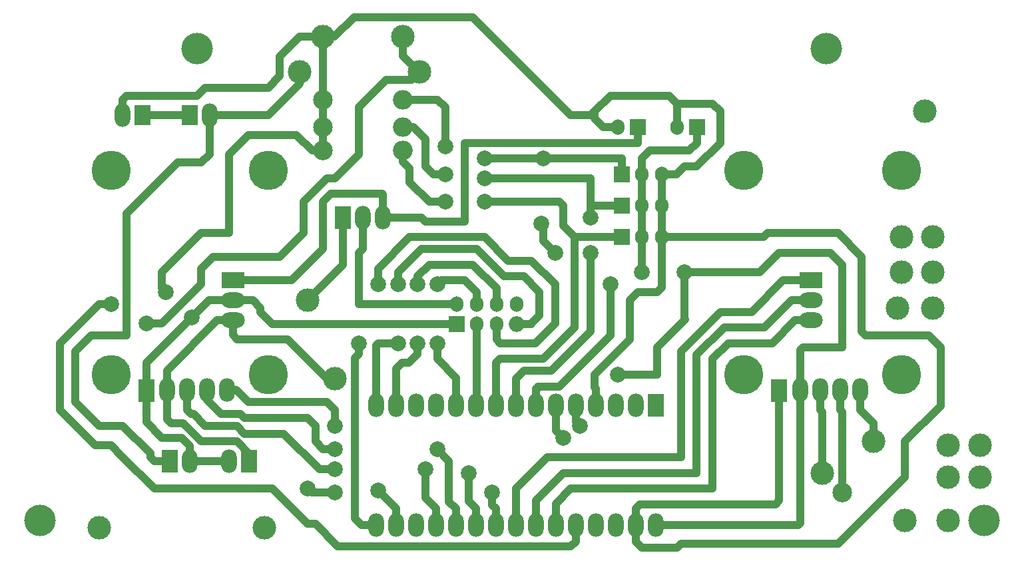
<source format=gbr>
G04 #@! TF.GenerationSoftware,KiCad,Pcbnew,(5.1.5)-3*
G04 #@! TF.CreationDate,2020-05-01T16:43:27+03:00*
G04 #@! TF.ProjectId,Transmitter,5472616e-736d-4697-9474-65722e6b6963,rev?*
G04 #@! TF.SameCoordinates,Original*
G04 #@! TF.FileFunction,Copper,L2,Bot*
G04 #@! TF.FilePolarity,Positive*
%FSLAX46Y46*%
G04 Gerber Fmt 4.6, Leading zero omitted, Abs format (unit mm)*
G04 Created by KiCad (PCBNEW (5.1.5)-3) date 2020-05-01 16:43:27*
%MOMM*%
%LPD*%
G04 APERTURE LIST*
%ADD10R,2.000000X3.000000*%
%ADD11O,2.000000X3.000000*%
%ADD12C,2.500000*%
%ADD13O,2.500000X2.500000*%
%ADD14O,1.700000X2.000000*%
%ADD15O,2.000000X2.000000*%
%ADD16R,2.000000X2.000000*%
%ADD17C,3.000000*%
%ADD18O,3.000000X3.000000*%
%ADD19C,5.000000*%
%ADD20R,3.000000X2.000000*%
%ADD21O,3.000000X2.000000*%
%ADD22R,2.000000X2.500000*%
%ADD23C,4.000000*%
%ADD24C,2.000000*%
%ADD25C,1.000000*%
G04 APERTURE END LIST*
D10*
X124500000Y-90500000D03*
D11*
X127040000Y-90500000D03*
X129580000Y-90500000D03*
D12*
X122000000Y-82000000D03*
D13*
X132160000Y-82000000D03*
D12*
X122000000Y-79000000D03*
D13*
X132160000Y-79000000D03*
D12*
X122000000Y-75500000D03*
D13*
X132160000Y-75500000D03*
D14*
X146580000Y-101500000D03*
D15*
X146580000Y-104040000D03*
D14*
X144040000Y-101500000D03*
X144040000Y-104040000D03*
X141500000Y-101500000D03*
X141500000Y-104040000D03*
X138960000Y-101500000D03*
D16*
X138960000Y-104040000D03*
D17*
X119000000Y-72000000D03*
D18*
X134240000Y-72000000D03*
D17*
X122000000Y-67500000D03*
D18*
X132160000Y-67500000D03*
D11*
X190280000Y-112460000D03*
X187740000Y-112460000D03*
X185200000Y-112460000D03*
X182660000Y-112460000D03*
D10*
X180000000Y-112500000D03*
D19*
X175500000Y-84500000D03*
X195500000Y-84500000D03*
X195500000Y-110500000D03*
X175500000Y-110500000D03*
D11*
X109780000Y-112460000D03*
X107240000Y-112460000D03*
X104700000Y-112460000D03*
X102160000Y-112460000D03*
D10*
X99500000Y-112500000D03*
D19*
X95000000Y-84500000D03*
X115000000Y-84500000D03*
X115000000Y-110500000D03*
X95000000Y-110500000D03*
D20*
X110500000Y-98500000D03*
D21*
X110500000Y-101040000D03*
X110500000Y-103580000D03*
D20*
X184000000Y-98500000D03*
D21*
X184000000Y-101040000D03*
X184000000Y-103580000D03*
D16*
X169540000Y-79000000D03*
D14*
X167000000Y-79000000D03*
D10*
X102500000Y-121500000D03*
D11*
X105040000Y-121500000D03*
D16*
X162000000Y-79000000D03*
D14*
X159460000Y-79000000D03*
D10*
X112540000Y-121500000D03*
D11*
X110000000Y-121500000D03*
D22*
X99000000Y-77500000D03*
D11*
X96460000Y-77500000D03*
D16*
X160000000Y-93000000D03*
D14*
X162540000Y-93000000D03*
X165080000Y-93000000D03*
D16*
X160000000Y-89000000D03*
D14*
X162540000Y-89000000D03*
X165080000Y-89000000D03*
D16*
X160000000Y-85000000D03*
D14*
X162540000Y-85000000D03*
X165080000Y-85000000D03*
D22*
X105000000Y-77500000D03*
D11*
X107540000Y-77500000D03*
X128720000Y-114380000D03*
X128720000Y-129620000D03*
X131260000Y-114380000D03*
X131260000Y-129620000D03*
X133800000Y-114380000D03*
X133800000Y-129620000D03*
X136340000Y-114380000D03*
X136340000Y-129620000D03*
X138880000Y-114380000D03*
X138880000Y-129620000D03*
X141420000Y-114380000D03*
X141420000Y-129620000D03*
X143960000Y-114380000D03*
X143960000Y-129620000D03*
X146500000Y-114380000D03*
X146500000Y-129620000D03*
X149040000Y-114380000D03*
X149040000Y-129620000D03*
X151580000Y-114380000D03*
X151580000Y-129620000D03*
X154120000Y-114380000D03*
X154120000Y-129620000D03*
X156660000Y-114380000D03*
X156660000Y-129620000D03*
X159200000Y-114380000D03*
X159200000Y-129620000D03*
X161740000Y-114380000D03*
X161740000Y-129620000D03*
D10*
X164280000Y-114380000D03*
D11*
X164280000Y-129620000D03*
D23*
X86000000Y-129000000D03*
X206000000Y-129000000D03*
X186000000Y-69000000D03*
X106000000Y-69000000D03*
D17*
X198500000Y-77000000D03*
X195500000Y-93000000D03*
X199500000Y-93000000D03*
X195500000Y-97500000D03*
X199500000Y-97500000D03*
X195000000Y-102000000D03*
X199500000Y-102000000D03*
X205500000Y-119500000D03*
X201500000Y-119500000D03*
X201500000Y-123500000D03*
X205500000Y-123500000D03*
X196000000Y-129000000D03*
X93500000Y-130000000D03*
X114500000Y-130000000D03*
X201500000Y-129000000D03*
D24*
X131500000Y-99000000D03*
X131500000Y-106500000D03*
X129000000Y-99000000D03*
X126500000Y-106500000D03*
X134000000Y-99000000D03*
X134000000Y-106500000D03*
X135000000Y-122500000D03*
X123500000Y-122500000D03*
X136500000Y-99000000D03*
X136500000Y-106500000D03*
X136500000Y-120000000D03*
X123500000Y-120000000D03*
X140500000Y-123000000D03*
D17*
X185500000Y-123000000D03*
D24*
X137500000Y-88500000D03*
X142500000Y-88500000D03*
X143500000Y-125500000D03*
D12*
X188000000Y-125500000D03*
D24*
X156000000Y-95000000D03*
X156000000Y-90500000D03*
X137500000Y-85000000D03*
X142500000Y-85500000D03*
X158500000Y-99000000D03*
X137500000Y-81500000D03*
X142500000Y-83000000D03*
X150000000Y-83000000D03*
X151500000Y-95000000D03*
X149750000Y-91250000D03*
D17*
X192000000Y-119000000D03*
D24*
X152500000Y-118500000D03*
X154640000Y-117000000D03*
X123500000Y-117000000D03*
X102000000Y-100000000D03*
X105250000Y-103250000D03*
X162540000Y-97460000D03*
X167960000Y-97460000D03*
D17*
X123500000Y-111000000D03*
D24*
X159500000Y-110500000D03*
X95000000Y-101500000D03*
X99500000Y-104000000D03*
X129000000Y-125260000D03*
X123500000Y-125500000D03*
X120000000Y-125000000D03*
D17*
X120000000Y-101000000D03*
D25*
X148430000Y-104040000D02*
X148470000Y-104000000D01*
X146580000Y-104040000D02*
X148430000Y-104040000D01*
X148470000Y-104000000D02*
X148500000Y-104000000D01*
X148500000Y-104000000D02*
X149500000Y-103000000D01*
X149500000Y-103000000D02*
X149500000Y-100000000D01*
X149500000Y-100000000D02*
X147500000Y-98000000D01*
X147500000Y-98000000D02*
X145000000Y-98000000D01*
X145000000Y-98000000D02*
X141500000Y-94500000D01*
X141500000Y-94500000D02*
X136000000Y-94500000D01*
X136000000Y-94500000D02*
X134500000Y-94500000D01*
X134500000Y-94500000D02*
X131500000Y-97500000D01*
X131500000Y-97500000D02*
X131500000Y-99000000D01*
X131500000Y-99000000D02*
X131500000Y-99000000D01*
X128720000Y-106780000D02*
X128720000Y-114380000D01*
X131500000Y-106500000D02*
X129000000Y-106500000D01*
X129000000Y-106500000D02*
X128720000Y-106780000D01*
X144040000Y-106040000D02*
X144500000Y-106500000D01*
X144040000Y-104040000D02*
X144040000Y-106040000D01*
X144500000Y-106500000D02*
X148500000Y-106500000D01*
X148500000Y-106500000D02*
X149000000Y-106500000D01*
X149000000Y-106500000D02*
X151500000Y-104000000D01*
X151500000Y-104000000D02*
X151500000Y-99000000D01*
X151500000Y-99000000D02*
X148500000Y-96000000D01*
X148500000Y-96000000D02*
X146000000Y-96000000D01*
X146000000Y-96000000D02*
X145500000Y-96000000D01*
X145500000Y-96000000D02*
X142500000Y-93000000D01*
X142500000Y-93000000D02*
X133000000Y-93000000D01*
X133000000Y-93000000D02*
X129000000Y-97000000D01*
X129000000Y-97000000D02*
X129000000Y-99000000D01*
X129000000Y-99000000D02*
X129000000Y-99000000D01*
X126500000Y-107914213D02*
X126000000Y-108414213D01*
X126500000Y-106500000D02*
X126500000Y-107914213D01*
X126870000Y-129620000D02*
X128720000Y-129620000D01*
X126000000Y-128750000D02*
X126870000Y-129620000D01*
X126000000Y-108414213D02*
X126000000Y-128750000D01*
X144040000Y-99500000D02*
X141040000Y-96500000D01*
X144040000Y-101500000D02*
X144040000Y-99500000D01*
X141040000Y-96500000D02*
X135500000Y-96500000D01*
X135500000Y-96500000D02*
X134000000Y-98000000D01*
X134000000Y-98000000D02*
X134000000Y-99000000D01*
X134000000Y-99000000D02*
X134000000Y-99000000D01*
X134000000Y-107914213D02*
X132914213Y-109000000D01*
X134000000Y-106500000D02*
X134000000Y-107914213D01*
X132914213Y-109000000D02*
X132000000Y-109000000D01*
X131260000Y-109740000D02*
X131260000Y-114380000D01*
X132000000Y-109000000D02*
X131260000Y-109740000D01*
X104700000Y-114960000D02*
X105240000Y-115500000D01*
X104700000Y-112460000D02*
X104700000Y-114960000D01*
X121500000Y-122500000D02*
X123500000Y-122500000D01*
X117000000Y-118000000D02*
X121500000Y-122500000D01*
X105240000Y-115500000D02*
X105500000Y-115500000D01*
X105500000Y-115500000D02*
X107000000Y-117000000D01*
X112000000Y-118000000D02*
X117000000Y-118000000D01*
X107000000Y-117000000D02*
X111000000Y-117000000D01*
X111000000Y-117000000D02*
X112000000Y-118000000D01*
X136340000Y-127520000D02*
X135000000Y-126180000D01*
X136340000Y-129620000D02*
X136340000Y-127520000D01*
X135000000Y-126180000D02*
X135000000Y-122500000D01*
X135000000Y-122500000D02*
X135000000Y-122500000D01*
X123500000Y-122500000D02*
X123500000Y-122500000D01*
X141500000Y-101500000D02*
X141500000Y-100000000D01*
X141500000Y-100000000D02*
X140000000Y-98500000D01*
X140000000Y-98500000D02*
X137000000Y-98500000D01*
X137000000Y-98500000D02*
X136500000Y-99000000D01*
X136500000Y-99000000D02*
X136500000Y-99000000D01*
X136500000Y-106500000D02*
X136500000Y-108500000D01*
X138880000Y-110880000D02*
X138880000Y-114380000D01*
X136500000Y-108500000D02*
X138880000Y-110880000D01*
X122000000Y-120000000D02*
X123500000Y-120000000D01*
X121000000Y-117000000D02*
X121000000Y-119000000D01*
X120000000Y-116000000D02*
X121000000Y-117000000D01*
X107240000Y-113740000D02*
X109000000Y-115500000D01*
X109000000Y-115500000D02*
X111500000Y-115500000D01*
X112000000Y-116000000D02*
X120000000Y-116000000D01*
X107240000Y-112460000D02*
X107240000Y-113740000D01*
X121000000Y-119000000D02*
X122000000Y-120000000D01*
X111500000Y-115500000D02*
X112000000Y-116000000D01*
X138880000Y-127520000D02*
X138000000Y-126640000D01*
X138880000Y-129620000D02*
X138880000Y-127520000D01*
X138000000Y-126640000D02*
X138000000Y-121500000D01*
X138000000Y-121500000D02*
X136500000Y-120000000D01*
X136500000Y-120000000D02*
X136500000Y-120000000D01*
X123500000Y-120000000D02*
X123500000Y-120000000D01*
X141420000Y-127520000D02*
X140500000Y-126600000D01*
X141420000Y-129620000D02*
X141420000Y-127520000D01*
X140500000Y-126600000D02*
X140500000Y-123000000D01*
X140500000Y-123000000D02*
X140500000Y-123000000D01*
X185200000Y-114960000D02*
X185500000Y-115260000D01*
X185200000Y-112460000D02*
X185200000Y-114960000D01*
X185500000Y-115260000D02*
X185500000Y-123000000D01*
X185500000Y-123000000D02*
X185500000Y-123000000D01*
X143960000Y-112280000D02*
X144000000Y-112240000D01*
X143960000Y-114380000D02*
X143960000Y-112280000D01*
X144000000Y-112240000D02*
X144000000Y-109000000D01*
X144000000Y-109000000D02*
X144500000Y-108500000D01*
X144500000Y-108500000D02*
X150000000Y-108500000D01*
X150000000Y-108500000D02*
X154000000Y-104500000D01*
X154000000Y-104500000D02*
X154000000Y-93500000D01*
X154500000Y-93000000D02*
X160000000Y-93000000D01*
X136660000Y-88500000D02*
X137500000Y-88500000D01*
X137500000Y-88500000D02*
X137500000Y-88500000D01*
X142500000Y-88500000D02*
X152000000Y-88500000D01*
X152000000Y-88500000D02*
X152500000Y-89000000D01*
X152500000Y-89000000D02*
X152500000Y-91500000D01*
X154000000Y-93500000D02*
X154000000Y-93000000D01*
X152500000Y-91500000D02*
X154000000Y-93000000D01*
X154000000Y-93000000D02*
X154500000Y-93000000D01*
X132160000Y-83414213D02*
X133000000Y-84254213D01*
X132160000Y-82000000D02*
X132160000Y-83414213D01*
X133000000Y-84254213D02*
X133000000Y-86000000D01*
X135500000Y-88500000D02*
X137500000Y-88500000D01*
X133000000Y-86000000D02*
X135500000Y-88500000D01*
X143960000Y-127520000D02*
X143500000Y-127060000D01*
X143960000Y-129620000D02*
X143960000Y-127520000D01*
X143500000Y-127060000D02*
X143500000Y-125500000D01*
X143500000Y-125500000D02*
X143500000Y-125500000D01*
X187740000Y-114960000D02*
X188000000Y-115220000D01*
X187740000Y-112460000D02*
X187740000Y-114960000D01*
X188000000Y-115220000D02*
X188000000Y-125500000D01*
X188000000Y-125500000D02*
X188000000Y-125500000D01*
X146500000Y-114380000D02*
X146500000Y-112280000D01*
X146500000Y-112280000D02*
X146500000Y-111000000D01*
X146500000Y-111000000D02*
X147500000Y-110000000D01*
X147500000Y-110000000D02*
X151000000Y-110000000D01*
X151000000Y-110000000D02*
X156000000Y-105000000D01*
X156000000Y-105000000D02*
X156000000Y-95000000D01*
X156000000Y-95000000D02*
X156000000Y-95000000D01*
X156000000Y-89085787D02*
X156085787Y-89000000D01*
X156000000Y-90500000D02*
X156000000Y-89085787D01*
X156085787Y-89000000D02*
X160000000Y-89000000D01*
X137500000Y-84500000D02*
X137500000Y-85000000D01*
X137500000Y-85000000D02*
X137500000Y-85000000D01*
X142500000Y-85500000D02*
X156000000Y-85500000D01*
X156000000Y-85500000D02*
X156000000Y-90500000D01*
X136000000Y-85000000D02*
X137500000Y-85000000D01*
X135000000Y-84000000D02*
X136000000Y-85000000D01*
X135000000Y-80500000D02*
X135000000Y-84000000D01*
X132160000Y-79000000D02*
X133500000Y-79000000D01*
X133500000Y-79000000D02*
X135000000Y-80500000D01*
X146500000Y-127520000D02*
X146500000Y-129620000D01*
X146500000Y-125000000D02*
X146500000Y-127520000D01*
X150500000Y-121000000D02*
X146500000Y-125000000D01*
X184000000Y-98500000D02*
X180500000Y-98500000D01*
X180500000Y-98500000D02*
X176500000Y-102500000D01*
X167500000Y-107500000D02*
X167500000Y-121000000D01*
X176500000Y-102500000D02*
X172500000Y-102500000D01*
X167500000Y-121000000D02*
X150500000Y-121000000D01*
X172500000Y-102500000D02*
X167500000Y-107500000D01*
X149040000Y-114380000D02*
X149040000Y-112280000D01*
X149220000Y-112280000D02*
X149500000Y-112000000D01*
X149040000Y-112280000D02*
X149220000Y-112280000D01*
X149500000Y-112000000D02*
X149320000Y-112000000D01*
X149500000Y-112000000D02*
X150500000Y-112000000D01*
X150500000Y-112000000D02*
X151000000Y-112000000D01*
X151000000Y-112000000D02*
X151500000Y-112000000D01*
X151500000Y-112000000D02*
X152000000Y-112000000D01*
X152000000Y-112000000D02*
X158500000Y-105500000D01*
X158500000Y-105500000D02*
X158500000Y-99000000D01*
X158500000Y-99000000D02*
X158500000Y-99000000D01*
X137500000Y-81500000D02*
X137500000Y-81500000D01*
X160000000Y-83000000D02*
X160000000Y-85000000D01*
X142500000Y-83000000D02*
X150000000Y-83000000D01*
X150000000Y-83000000D02*
X160000000Y-83000000D01*
X151500000Y-95000000D02*
X150000000Y-93500000D01*
X150000000Y-93500000D02*
X150000000Y-91500000D01*
X150000000Y-91500000D02*
X149750000Y-91250000D01*
X149750000Y-91250000D02*
X149500000Y-91000000D01*
X137500000Y-76500000D02*
X137500000Y-81500000D01*
X132160000Y-75500000D02*
X136500000Y-75500000D01*
X136500000Y-75500000D02*
X137500000Y-76500000D01*
X149040000Y-126460000D02*
X149040000Y-129620000D01*
X152500000Y-123000000D02*
X149040000Y-126460000D01*
X169500000Y-123000000D02*
X152500000Y-123000000D01*
X181540000Y-101040000D02*
X178080000Y-104500000D01*
X184000000Y-101040000D02*
X181540000Y-101040000D01*
X178080000Y-104500000D02*
X173000000Y-104500000D01*
X169500000Y-108000000D02*
X169500000Y-123000000D01*
X173000000Y-104500000D02*
X169500000Y-108000000D01*
X190280000Y-114960000D02*
X192000000Y-116680000D01*
X190280000Y-112460000D02*
X190280000Y-114960000D01*
X192000000Y-116680000D02*
X192000000Y-119000000D01*
X192000000Y-119000000D02*
X192000000Y-119000000D01*
X151580000Y-117580000D02*
X152500000Y-118500000D01*
X151580000Y-114380000D02*
X151580000Y-117580000D01*
X154120000Y-116480000D02*
X154640000Y-117000000D01*
X154120000Y-114380000D02*
X154120000Y-116480000D01*
X154640000Y-117000000D02*
X154640000Y-117000000D01*
X123500000Y-117000000D02*
X123500000Y-117000000D01*
X109780000Y-112460000D02*
X109780000Y-112780000D01*
X123500000Y-115000000D02*
X123500000Y-117000000D01*
X122500000Y-114000000D02*
X123500000Y-115000000D01*
X112500000Y-114000000D02*
X122500000Y-114000000D01*
X109780000Y-112460000D02*
X110960000Y-112460000D01*
X110960000Y-112460000D02*
X112500000Y-114000000D01*
X138960000Y-104040000D02*
X115540000Y-104040000D01*
X115540000Y-104040000D02*
X114000000Y-102500000D01*
X114000000Y-102500000D02*
X114000000Y-102000000D01*
X113040000Y-101040000D02*
X110500000Y-101040000D01*
X114000000Y-102000000D02*
X113040000Y-101040000D01*
X157610000Y-79000000D02*
X156500000Y-77890000D01*
X159460000Y-79000000D02*
X157610000Y-79000000D01*
X156500000Y-77890000D02*
X156500000Y-77000000D01*
X156500000Y-77000000D02*
X158500000Y-75000000D01*
X158500000Y-75000000D02*
X166000000Y-75000000D01*
X167000000Y-76000000D02*
X167000000Y-79000000D01*
X166000000Y-75000000D02*
X167000000Y-76000000D01*
X165080000Y-93000000D02*
X165080000Y-85000000D01*
X171500000Y-76000000D02*
X167000000Y-76000000D01*
X166930000Y-85000000D02*
X167930000Y-84000000D01*
X172500000Y-77000000D02*
X171500000Y-76000000D01*
X165080000Y-85000000D02*
X166930000Y-85000000D01*
X167930000Y-84000000D02*
X169500000Y-84000000D01*
X169500000Y-84000000D02*
X172500000Y-81000000D01*
X172500000Y-81000000D02*
X172500000Y-77000000D01*
X180000000Y-126500000D02*
X180000000Y-112500000D01*
X161740000Y-129620000D02*
X161740000Y-127520000D01*
X161740000Y-127520000D02*
X162260000Y-127000000D01*
X162260000Y-127000000D02*
X179500000Y-127000000D01*
X179500000Y-127000000D02*
X180000000Y-126500000D01*
X165080000Y-99420000D02*
X165080000Y-93000000D01*
X164500000Y-100000000D02*
X165080000Y-99420000D01*
X162000000Y-100000000D02*
X164500000Y-100000000D01*
X161000000Y-101000000D02*
X162000000Y-100000000D01*
X156660000Y-112280000D02*
X156500000Y-112120000D01*
X161000000Y-106000000D02*
X161000000Y-101000000D01*
X156500000Y-112120000D02*
X156500000Y-110500000D01*
X156660000Y-114380000D02*
X156660000Y-112280000D01*
X156500000Y-110500000D02*
X161000000Y-106000000D01*
X178000000Y-93000000D02*
X165080000Y-93000000D01*
X178500000Y-92500000D02*
X178000000Y-93000000D01*
X187500000Y-92500000D02*
X178500000Y-92500000D01*
X167000000Y-132500000D02*
X167500000Y-132000000D01*
X191000000Y-105500000D02*
X190500000Y-105000000D01*
X162520000Y-132500000D02*
X167000000Y-132500000D01*
X161740000Y-131720000D02*
X162520000Y-132500000D01*
X167500000Y-132000000D02*
X187500000Y-132000000D01*
X190500000Y-105000000D02*
X190500000Y-95500000D01*
X200500000Y-107000000D02*
X199000000Y-105500000D01*
X161740000Y-129620000D02*
X161740000Y-131720000D01*
X187500000Y-132000000D02*
X196000000Y-123500000D01*
X190500000Y-95500000D02*
X187500000Y-92500000D01*
X196000000Y-123500000D02*
X196000000Y-119000000D01*
X196000000Y-119000000D02*
X200500000Y-114500000D01*
X200500000Y-114500000D02*
X200500000Y-107000000D01*
X199000000Y-105500000D02*
X191000000Y-105500000D01*
X105040000Y-121500000D02*
X110000000Y-121500000D01*
X122000000Y-82000000D02*
X122000000Y-67500000D01*
X119000000Y-67500000D02*
X122000000Y-67500000D01*
X116500000Y-70000000D02*
X119000000Y-67500000D01*
X116500000Y-72500000D02*
X116500000Y-70000000D01*
X115000000Y-74000000D02*
X116500000Y-72500000D01*
X96460000Y-77500000D02*
X96460000Y-75500000D01*
X96960000Y-75000000D02*
X106000000Y-75000000D01*
X96460000Y-75500000D02*
X96960000Y-75000000D01*
X106000000Y-75000000D02*
X107000000Y-74000000D01*
X107000000Y-74000000D02*
X115000000Y-74000000D01*
X120585787Y-82000000D02*
X118585787Y-80000000D01*
X122000000Y-82000000D02*
X120585787Y-82000000D01*
X118585787Y-80000000D02*
X112500000Y-80000000D01*
X112500000Y-80000000D02*
X110000000Y-82500000D01*
X110000000Y-82500000D02*
X110000000Y-92500000D01*
X110000000Y-92500000D02*
X106500000Y-92500000D01*
X106500000Y-92500000D02*
X101500000Y-97500000D01*
X101500000Y-97500000D02*
X101500000Y-99500000D01*
X101500000Y-99500000D02*
X102000000Y-100000000D01*
X102000000Y-100000000D02*
X102000000Y-100000000D01*
X108460000Y-101040000D02*
X110500000Y-101040000D01*
X107460000Y-101040000D02*
X108460000Y-101040000D01*
X99500000Y-112500000D02*
X99500000Y-109000000D01*
X99500000Y-109000000D02*
X105250000Y-103250000D01*
X105250000Y-103250000D02*
X107460000Y-101040000D01*
X123414213Y-67500000D02*
X125914213Y-65000000D01*
X122000000Y-67500000D02*
X123414213Y-67500000D01*
X125914213Y-65000000D02*
X141000000Y-65000000D01*
X141000000Y-65000000D02*
X153500000Y-77500000D01*
X156000000Y-77500000D02*
X156500000Y-77000000D01*
X153500000Y-77500000D02*
X156000000Y-77500000D01*
X99500000Y-116500000D02*
X99500000Y-112500000D01*
X101500000Y-118500000D02*
X99500000Y-116500000D01*
X104000000Y-118500000D02*
X101500000Y-118500000D01*
X105040000Y-121500000D02*
X105040000Y-119540000D01*
X105040000Y-119540000D02*
X104000000Y-118500000D01*
X162540000Y-85000000D02*
X162540000Y-83000000D01*
X162540000Y-83000000D02*
X163040000Y-82500000D01*
X168540000Y-82000000D02*
X169540000Y-81000000D01*
X163040000Y-82500000D02*
X163040000Y-82460000D01*
X163040000Y-82460000D02*
X163500000Y-82000000D01*
X169540000Y-81000000D02*
X169540000Y-79000000D01*
X163500000Y-82000000D02*
X168540000Y-82000000D01*
X162540000Y-93000000D02*
X162540000Y-85000000D01*
X164280000Y-129620000D02*
X182380000Y-129620000D01*
X182660000Y-129340000D02*
X182660000Y-112460000D01*
X182380000Y-129620000D02*
X182660000Y-129340000D01*
X162540000Y-93000000D02*
X162540000Y-97460000D01*
X162540000Y-97460000D02*
X162540000Y-97460000D01*
X183000000Y-107000000D02*
X182660000Y-107340000D01*
X182660000Y-107340000D02*
X182660000Y-112460000D01*
X188000000Y-107000000D02*
X183000000Y-107000000D01*
X177540000Y-97460000D02*
X180000000Y-95000000D01*
X167960000Y-97460000D02*
X177540000Y-97460000D01*
X180000000Y-95000000D02*
X186500000Y-95000000D01*
X186500000Y-95000000D02*
X188000000Y-96500000D01*
X188000000Y-96500000D02*
X188000000Y-107000000D01*
X108540000Y-103580000D02*
X110500000Y-103580000D01*
X102160000Y-109960000D02*
X108540000Y-103580000D01*
X102160000Y-112460000D02*
X102160000Y-109960000D01*
X110500000Y-105430000D02*
X111070000Y-106000000D01*
X110500000Y-103580000D02*
X110500000Y-105430000D01*
X111070000Y-106000000D02*
X117500000Y-106000000D01*
X117500000Y-106000000D02*
X122500000Y-111000000D01*
X122500000Y-111000000D02*
X123500000Y-111000000D01*
X123500000Y-111000000D02*
X123500000Y-111000000D01*
X159500000Y-110500000D02*
X164500000Y-110500000D01*
X164500000Y-110500000D02*
X164500000Y-107000000D01*
X164500000Y-107000000D02*
X168000000Y-103500000D01*
X167960000Y-103460000D02*
X167960000Y-97460000D01*
X168000000Y-103500000D02*
X167960000Y-103460000D01*
X111000000Y-119000000D02*
X112540000Y-120540000D01*
X102160000Y-112460000D02*
X102160000Y-116160000D01*
X106500000Y-119000000D02*
X111000000Y-119000000D01*
X102160000Y-116160000D02*
X102700009Y-116700009D01*
X102700009Y-116700009D02*
X104200009Y-116700009D01*
X112540000Y-120540000D02*
X112540000Y-121500000D01*
X104200009Y-116700009D02*
X106500000Y-119000000D01*
X162000000Y-79000000D02*
X162000000Y-81000000D01*
X162000000Y-81000000D02*
X140000000Y-81000000D01*
X140000000Y-81000000D02*
X140000000Y-91000000D01*
X140000000Y-91000000D02*
X135000000Y-91000000D01*
X134500000Y-90500000D02*
X129580000Y-90500000D01*
X135000000Y-91000000D02*
X134500000Y-90500000D01*
X129580000Y-87580000D02*
X129580000Y-90500000D01*
X129500000Y-87500000D02*
X129580000Y-87580000D01*
X118000000Y-98500000D02*
X122000000Y-94500000D01*
X110500000Y-98500000D02*
X118000000Y-98500000D01*
X122000000Y-94500000D02*
X122000000Y-88500000D01*
X122000000Y-88500000D02*
X123000000Y-87500000D01*
X123000000Y-87500000D02*
X129500000Y-87500000D01*
X151580000Y-126920000D02*
X151580000Y-129620000D01*
X153500000Y-125000000D02*
X151580000Y-126920000D01*
X171500000Y-125000000D02*
X153500000Y-125000000D01*
X182000000Y-103580000D02*
X179080000Y-106500000D01*
X184000000Y-103580000D02*
X182000000Y-103580000D01*
X171500000Y-108500000D02*
X171500000Y-125000000D01*
X179080000Y-106500000D02*
X173500000Y-106500000D01*
X173500000Y-106500000D02*
X171500000Y-108500000D01*
X132160000Y-69920000D02*
X134240000Y-72000000D01*
X132160000Y-67500000D02*
X132160000Y-69920000D01*
X133240001Y-72999999D02*
X130000001Y-72999999D01*
X134240000Y-72000000D02*
X133240001Y-72999999D01*
X130000001Y-72999999D02*
X126500000Y-76500000D01*
X126500000Y-76500000D02*
X126500000Y-82500000D01*
X126500000Y-82500000D02*
X123500000Y-85500000D01*
X123500000Y-85500000D02*
X122500000Y-85500000D01*
X122500000Y-85500000D02*
X119500000Y-88500000D01*
X119500000Y-88500000D02*
X119500000Y-92500000D01*
X119500000Y-92500000D02*
X116500000Y-95500000D01*
X116500000Y-95500000D02*
X108000000Y-95500000D01*
X108000000Y-95500000D02*
X106500000Y-97000000D01*
X106500000Y-97000000D02*
X106500000Y-99000000D01*
X106500000Y-99000000D02*
X101500000Y-104000000D01*
X101500000Y-104000000D02*
X99500000Y-104000000D01*
X154120000Y-131720000D02*
X153500000Y-132340000D01*
X154120000Y-129620000D02*
X154120000Y-131720000D01*
X153500000Y-132340000D02*
X123840000Y-132340000D01*
X123840000Y-132340000D02*
X121000000Y-129500000D01*
X121000000Y-129500000D02*
X120000000Y-129500000D01*
X120000000Y-129500000D02*
X115500000Y-125000000D01*
X115500000Y-125000000D02*
X100500000Y-125000000D01*
X100500000Y-125000000D02*
X96500000Y-121000000D01*
X96500000Y-121000000D02*
X95000000Y-119500000D01*
X95000000Y-119500000D02*
X93000000Y-119500000D01*
X93000000Y-119500000D02*
X88500000Y-115000000D01*
X88500000Y-115000000D02*
X88500000Y-108500000D01*
X88500000Y-108500000D02*
X88500000Y-106500000D01*
X88500000Y-106500000D02*
X93500000Y-101500000D01*
X93500000Y-101500000D02*
X95000000Y-101500000D01*
X95000000Y-101500000D02*
X95000000Y-101500000D01*
X99500000Y-104000000D02*
X99500000Y-104000000D01*
X99000000Y-77500000D02*
X105000000Y-77500000D01*
X115000000Y-77500000D02*
X119000000Y-73500000D01*
X107540000Y-77500000D02*
X115000000Y-77500000D01*
X119000000Y-73500000D02*
X119000000Y-72000000D01*
X107540000Y-82460000D02*
X107540000Y-77500000D01*
X90500000Y-114000000D02*
X90500000Y-107500000D01*
X97000000Y-90000000D02*
X103500000Y-83500000D01*
X93500000Y-117000000D02*
X90500000Y-114000000D01*
X92500000Y-105500000D02*
X97000000Y-105500000D01*
X90500000Y-107500000D02*
X92500000Y-105500000D01*
X106500000Y-83500000D02*
X107540000Y-82460000D01*
X97000000Y-105500000D02*
X97000000Y-90000000D01*
X103500000Y-83500000D02*
X106500000Y-83500000D01*
X93500000Y-117000000D02*
X96500000Y-117000000D01*
X96500000Y-117000000D02*
X100000000Y-120500000D01*
X100500000Y-121500000D02*
X102500000Y-121500000D01*
X100000000Y-121000000D02*
X100500000Y-121500000D01*
X100000000Y-120500000D02*
X100000000Y-121000000D01*
X131260000Y-127520000D02*
X129000000Y-125260000D01*
X131260000Y-129620000D02*
X131260000Y-127520000D01*
X129000000Y-125260000D02*
X129000000Y-125260000D01*
X123500000Y-125500000D02*
X120500000Y-125500000D01*
X120500000Y-125500000D02*
X120000000Y-125000000D01*
X120000000Y-125000000D02*
X120000000Y-125000000D01*
X124500000Y-96500000D02*
X124500000Y-90500000D01*
X120000000Y-101000000D02*
X124500000Y-96500000D01*
X127040000Y-94460000D02*
X127040000Y-90500000D01*
X126500000Y-95000000D02*
X127040000Y-94460000D01*
X138960000Y-101500000D02*
X126500000Y-101500000D01*
X126500000Y-101500000D02*
X126500000Y-95000000D01*
X141500000Y-114300000D02*
X141420000Y-114380000D01*
X141500000Y-104040000D02*
X141500000Y-114300000D01*
M02*

</source>
